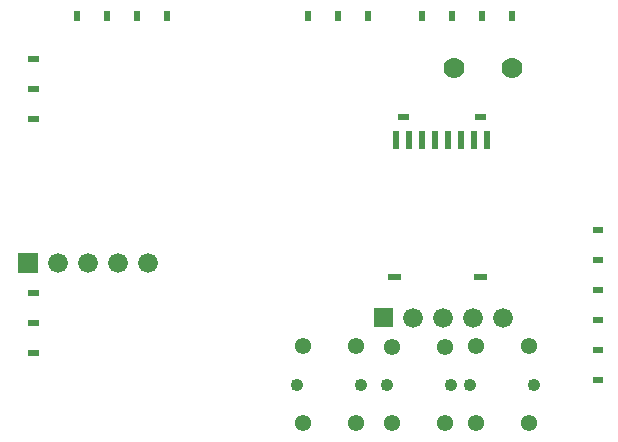
<source format=gbr>
G04 start of page 6 for group -4062 idx -4062 *
G04 Title: (unknown), soldermask *
G04 Creator: pcb 1.99z *
G04 CreationDate: Mon 30 May 2011 18:01:59 GMT UTC *
G04 For: thomas *
G04 Format: Gerber/RS-274X *
G04 PCB-Dimensions: 206299 151574 *
G04 PCB-Coordinate-Origin: lower left *
%MOIN*%
%FSLAX25Y25*%
%LNBOTTOMMASK*%
%ADD19C,0.0200*%
%ADD34R,0.0200X0.0200*%
%ADD50C,0.0700*%
%ADD51C,0.0660*%
%ADD52C,0.0544*%
%ADD53C,0.0425*%
G54D50*X149407Y127231D03*
X168619D03*
G54D19*G36*
X3865Y65503D02*Y58903D01*
X10465D01*
Y65503D01*
X3865D01*
G37*
G54D51*X17165Y62203D03*
X27165D03*
X37165D03*
X47165D03*
G54D19*G36*
X122487Y47197D02*Y40597D01*
X129087D01*
Y47197D01*
X122487D01*
G37*
G54D52*X116535Y34251D03*
G54D53*X126934Y21442D03*
G54D52*X128706Y8647D03*
Y34237D03*
G54D51*X135787Y43897D03*
X145787D03*
G54D53*X148194Y21442D03*
G54D52*X146422Y8647D03*
Y34237D03*
G54D53*X154725Y21456D03*
G54D51*X155787Y43897D03*
X165787D03*
G54D52*X174213Y34251D03*
X156497D03*
G54D53*X97047Y21456D03*
X118307D03*
G54D52*X116535Y8661D03*
X98819D03*
Y34251D03*
G54D53*X175985Y21456D03*
G54D52*X174213Y8661D03*
X156497D03*
G54D34*X8305Y109920D02*X9805D01*
X8305Y119920D02*X9805D01*
X8305Y129920D02*X9805D01*
X23465Y145237D02*Y143737D01*
X33465Y145237D02*Y143737D01*
X43465Y145237D02*Y143737D01*
X53465Y145237D02*Y143737D01*
X138778Y104920D02*Y100983D01*
X134448Y104920D02*Y100983D01*
X130118Y104920D02*Y100983D01*
X131693Y110826D02*X133268D01*
X151768Y104920D02*Y100983D01*
X147438Y104920D02*Y100983D01*
X143108Y104920D02*Y100983D01*
X138780Y145237D02*Y143737D01*
X148780Y145237D02*Y143737D01*
X100787Y145237D02*Y143737D01*
X110787Y145237D02*Y143737D01*
X120787Y145237D02*Y143737D01*
X158780Y145237D02*Y143737D01*
X168780Y145237D02*Y143737D01*
X157278Y110826D02*X158853D01*
X160428Y104920D02*Y100983D01*
X156098Y104920D02*Y100983D01*
X128146Y57480D02*X130508D01*
X157082D02*X159444D01*
X8450Y41974D02*X9950D01*
X8450Y51974D02*X9950D01*
X8450Y31974D02*X9950D01*
X196494Y73070D02*X197994D01*
X196494Y63070D02*X197994D01*
X196494Y53070D02*X197994D01*
X196494Y23070D02*X197994D01*
X196494Y33070D02*X197994D01*
X196494Y43070D02*X197994D01*
M02*

</source>
